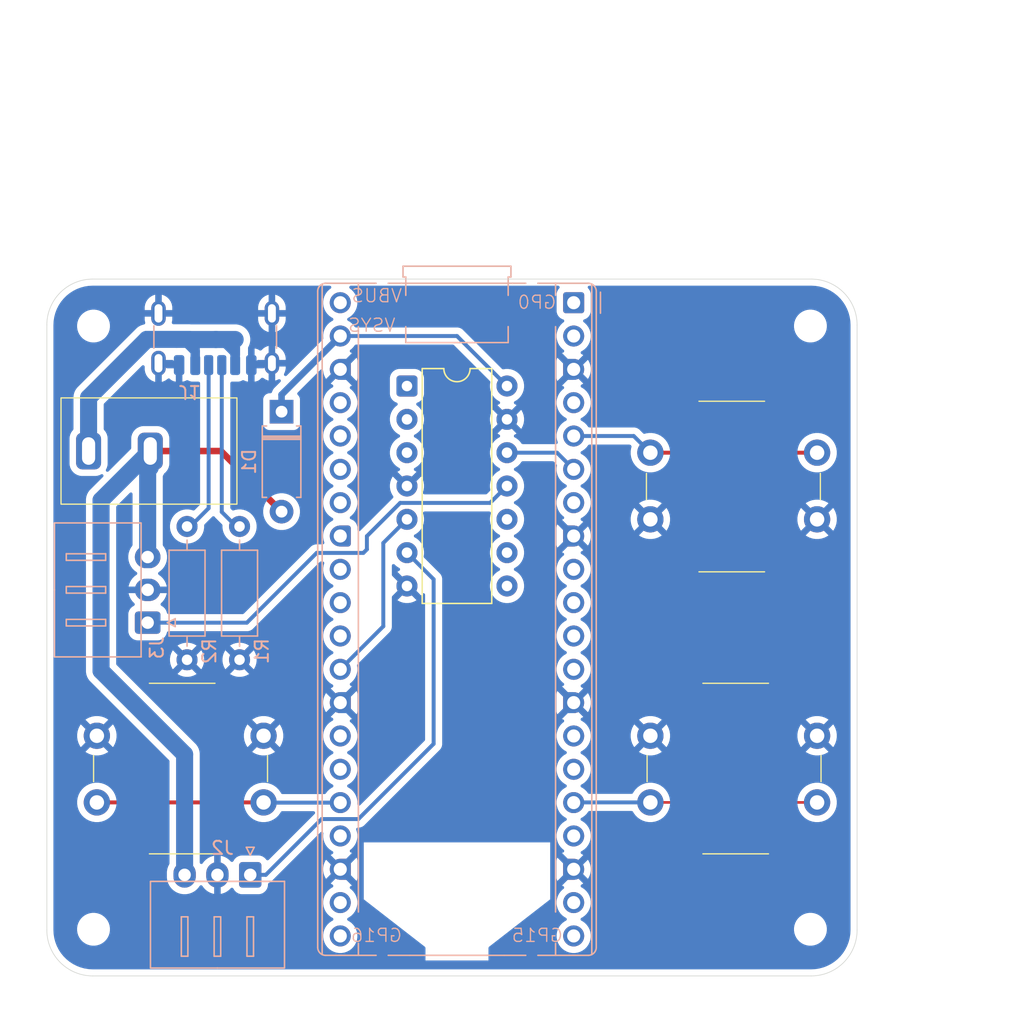
<source format=kicad_pcb>
(kicad_pcb (version 20241229) (generator "pcbnew") (generator_version "9.0")
  (layers (0 "F.Cu" signal) (2 "B.Cu" signal) (13 "F.Paste" user) (15 "B.Paste" user) (5 "F.SilkS" user "F.Silkscreen") (7 "B.SilkS" user "B.Silkscreen") (1 "F.Mask" user) (3 "B.Mask" user) (25 "Edge.Cuts" user))
  (net 0 "")
  (net 1 "Net-(SW1-A)")
  (net 2 "Net-(U1-4A)")
  (net 3 "unconnected-(U2-GPIO9-Pad12)")
  (net 4 "Net-(J1-CC1)")
  (net 5 "Net-(U1-2A)")
  (net 6 "Net-(D1-A)")
  (net 7 "Net-(J1-CC2)")
  (net 8 "Net-(J2-Pin_1)")
  (net 9 "Net-(J3-Pin_1)")
  (net 10 "Net-(D1-K)")
  (net 11 "Net-(U2-GPIO3)")
  (net 12 "Net-(U2-GPIO12)")
  (net 13 "Net-(U2-GPIO19)")
  (net 14 "GND")
  (footprint "PushButtons:SW_PUSH_6mm" (layer "F.Cu") (at 122.838 91.95)
    (property "Reference" "SW4" (hide yes))
    (property "Value" "SW_Push")
    (fp_line (start -0.25 1.5) (end -0.25 3.5) (stroke (width 0.1)) (layer "F.SilkS"))
    (fp_line (start 4 -4) (end 9 -4) (stroke (width 0.1)) (layer "F.SilkS"))
    (fp_line (start 4 9) (end 9 9) (stroke (width 0.1)) (layer "F.SilkS"))
    (fp_line (start 13 1.5) (end 13 3.5) (stroke (width 0.1)) (layer "F.SilkS"))
    (pad "1" thru_hole circle (at 0 0 90) (size 2 2) (drill 1.1) (layers "*.Cu" "*.Mask") (net 14 "GND"))
    (pad "1" thru_hole circle (at 12.7 0 90) (size 2 2) (drill 1.1) (layers "*.Cu" "*.Mask") (net 14 "GND"))
    (pad "2" thru_hole circle (at 0 5.08 90) (size 2 2) (drill 1.1) (layers "*.Cu" "*.Mask") (net 13 "Net-(U2-GPIO19)"))
    (pad "2" thru_hole circle (at 12.7 5.08 90) (size 2 2) (drill 1.1) (layers "*.Cu" "*.Mask") (net 13 "Net-(U2-GPIO19)"))
  )
  (footprint "PushButtons:SW_PUSH_6mm" (layer "F.Cu") (at 165.002 91.95)
    (property "Reference" "SW3" (hide yes))
    (property "Value" "SW_Push")
    (fp_line (start -0.25 1.5) (end -0.25 3.5) (stroke (width 0.1)) (layer "F.SilkS"))
    (fp_line (start 4 -4) (end 9 -4) (stroke (width 0.1)) (layer "F.SilkS"))
    (fp_line (start 4 9) (end 9 9) (stroke (width 0.1)) (layer "F.SilkS"))
    (fp_line (start 13 1.5) (end 13 3.5) (stroke (width 0.1)) (layer "F.SilkS"))
    (pad "1" thru_hole circle (at 0 0 90) (size 2 2) (drill 1.1) (layers "*.Cu" "*.Mask") (net 14 "GND"))
    (pad "1" thru_hole circle (at 12.7 0 90) (size 2 2) (drill 1.1) (layers "*.Cu" "*.Mask") (net 14 "GND"))
    (pad "2" thru_hole circle (at 0 5.08 90) (size 2 2) (drill 1.1) (layers "*.Cu" "*.Mask") (net 12 "Net-(U2-GPIO12)"))
    (pad "2" thru_hole circle (at 12.7 5.08 90) (size 2 2) (drill 1.1) (layers "*.Cu" "*.Mask") (net 12 "Net-(U2-GPIO12)"))
  )
  (footprint "MountingHole:MountingHole_2mm" (layer "F.Cu") (at 122.584 106.698)
    (property "Reference" "REF**" (hide yes))
    (property "Value" "MountingHole_2mm" (hide yes))
    (pad "" np_thru_hole circle (at 0 0) (size 2 2) (drill 2) (layers "*.Cu" "*.Mask"))
  )
  (footprint "MountingHole:MountingHole_2mm" (layer "F.Cu") (at 122.584 60.724)
    (property "Reference" "REF**" (hide yes))
    (property "Value" "MountingHole_2mm" (hide yes))
    (pad "" np_thru_hole circle (at 0 0) (size 2 2) (drill 2) (layers "*.Cu" "*.Mask"))
  )
  (footprint "MountingHole:MountingHole_2mm" (layer "F.Cu") (at 177.194 60.724)
    (property "Reference" "REF**" (hide yes))
    (property "Value" "MountingHole_2mm")
    (pad "" np_thru_hole circle (at 0 0) (size 2 2) (drill 2) (layers "*.Cu" "*.Mask"))
  )
  (footprint "Package_DIP:DIP-14_W7.62mm" (layer "F.Cu") (at 146.46 65.296)
    (property "Reference" "U1" (hide yes))
    (property "Value" "~")
    (fp_line (start 1.16 -1.33) (end 1.16 16.57) (stroke (width 0.12)) (layer "F.SilkS"))
    (fp_line (start 1.16 16.57) (end 6.46 16.57) (stroke (width 0.12)) (layer "F.SilkS"))
    (fp_line (start 2.81 -1.33) (end 1.16 -1.33) (stroke (width 0.12)) (layer "F.SilkS"))
    (fp_line (start 6.46 -1.33) (end 4.81 -1.33) (stroke (width 0.12)) (layer "F.SilkS"))
    (fp_line (start 6.46 16.57) (end 6.46 -1.33) (stroke (width 0.12)) (layer "F.SilkS"))
    (fp_arc (start 4.81 -1.33) (mid 3.81 -0.33) (end 2.81 -1.33) (stroke (width 0.12)) (layer "F.SilkS"))
    (pad "1" thru_hole roundrect (at 0 0) (size 1.6 1.6) (drill 0.8) (layers "*.Cu" "*.Mask") (roundrect_rratio 0.15625))
    (pad "2" thru_hole circle (at 0 2.54) (size 1.6 1.6) (drill 0.8) (layers "*.Cu" "*.Mask"))
    (pad "3" thru_hole circle (at 0 5.08) (size 1.6 1.6) (drill 0.8) (layers "*.Cu" "*.Mask"))
    (pad "4" thru_hole circle (at 0 7.62) (size 1.6 1.6) (drill 0.8) (layers "*.Cu" "*.Mask") (net 14 "GND"))
    (pad "5" thru_hole circle (at 0 10.16) (size 1.6 1.6) (drill 0.8) (layers "*.Cu" "*.Mask") (net 5 "Net-(U1-2A)"))
    (pad "6" thru_hole circle (at 0 12.7) (size 1.6 1.6) (drill 0.8) (layers "*.Cu" "*.Mask") (net 8 "Net-(J2-Pin_1)"))
    (pad "7" thru_hole circle (at 0 15.24) (size 1.6 1.6) (drill 0.8) (layers "*.Cu" "*.Mask") (net 14 "GND"))
    (pad "8" thru_hole circle (at 7.62 15.24) (size 1.6 1.6) (drill 0.8) (layers "*.Cu" "*.Mask"))
    (pad "9" thru_hole circle (at 7.62 12.7) (size 1.6 1.6) (drill 0.8) (layers "*.Cu" "*.Mask"))
    (pad "10" thru_hole circle (at 7.62 10.16) (size 1.6 1.6) (drill 0.8) (layers "*.Cu" "*.Mask"))
    (pad "11" thru_hole circle (at 7.62 7.62) (size 1.6 1.6) (drill 0.8) (layers "*.Cu" "*.Mask") (net 9 "Net-(J3-Pin_1)"))
    (pad "12" thru_hole circle (at 7.62 5.08) (size 1.6 1.6) (drill 0.8) (layers "*.Cu" "*.Mask") (net 2 "Net-(U1-4A)"))
    (pad "13" thru_hole circle (at 7.62 2.54) (size 1.6 1.6) (drill 0.8) (layers "*.Cu" "*.Mask") (net 14 "GND"))
    (pad "14" thru_hole circle (at 7.62 0) (size 1.6 1.6) (drill 0.8) (layers "*.Cu" "*.Mask") (net 10 "Net-(D1-K)"))
  )
  (footprint "CustomSwitches:SPST_Amazon" (layer "F.Cu") (at 122.208 70.25)
    (property "Reference" "SW1" (hide yes))
    (property "Value" "SW_SPST")
    (fp_rect (start -2.1 -4.05) (end 11.3 4.05) (stroke (width 0.1)) (fill no) (layer "F.SilkS"))
    (pad "1" thru_hole roundrect (at 0 0) (size 1.9 2.8) (drill oval 1 2.1) (layers "*.Cu" "*.Mask") (net 1 "Net-(SW1-A)"))
    (pad "2" thru_hole roundrect (at 4.7 0) (size 1.9 2.8) (drill oval 1 2.1) (layers "*.Cu" "*.Mask") (net 6 "Net-(D1-A)"))
  )
  (footprint "MountingHole:MountingHole_2mm" (layer "F.Cu") (at 177.194 106.698)
    (property "Reference" "REF**" (hide yes))
    (property "Value" "MountingHole_2mm" (hide yes))
    (pad "" np_thru_hole circle (at 0 0) (size 2 2) (drill 2) (layers "*.Cu" "*.Mask"))
  )
  (footprint "PushButtons:SW_PUSH_6mm" (layer "F.Cu") (at 177.702 75.456 180)
    (property "Reference" "SW2" (hide yes))
    (property "Value" "SW_Push")
    (fp_line (start 13 1.5) (end 13 3.5) (stroke (width 0.1)) (layer "F.SilkS"))
    (fp_line (start 4 9) (end 9 9) (stroke (width 0.1)) (layer "F.SilkS"))
    (fp_line (start 4 -4) (end 9 -4) (stroke (width 0.1)) (layer "F.SilkS"))
    (fp_line (start -0.25 1.5) (end -0.25 3.5) (stroke (width 0.1)) (layer "F.SilkS"))
    (pad "1" thru_hole circle (at 0 0 270) (size 2 2) (drill 1.1) (layers "*.Cu" "*.Mask") (net 14 "GND"))
    (pad "1" thru_hole circle (at 12.7 0 270) (size 2 2) (drill 1.1) (layers "*.Cu" "*.Mask") (net 14 "GND"))
    (pad "2" thru_hole circle (at 0 5.08 270) (size 2 2) (drill 1.1) (layers "*.Cu" "*.Mask") (net 11 "Net-(U2-GPIO3)"))
    (pad "2" thru_hole circle (at 12.7 5.08 270) (size 2 2) (drill 1.1) (layers "*.Cu" "*.Mask") (net 11 "Net-(U2-GPIO3)"))
  )
  (footprint "DevBoards:RaspberryPi_Pico_Common_THT" (layer "B.Cu") (at 159.16 58.946 180)
    (property "Reference" "U2" (hide yes))
    (property "Value" "PicoW")
    (fp_line (start 19.5 0.87) (end 19.5 -49.13) (stroke (width 0.12)) (layer "B.SilkS"))
    (fp_line (start 19.16 -49.677) (end 19.16 1.417) (stroke (width 0.12)) (layer "B.SilkS"))
    (fp_line (start 18.89 1.48) (end 16.4 1.48) (stroke (width 0.12)) (layer "B.SilkS"))
    (fp_line (start 16.4 1.48) (end 16.4 0.56648) (stroke (width 0.12)) (layer "B.SilkS"))
    (fp_line (start 16.4 -1.82648) (end 16.4 -46.43352) (stroke (width 0.12)) (layer "B.SilkS"))
    (fp_line (start 16.4 -48.82648) (end 16.4 -49.74) (stroke (width 0.12)) (layer "B.SilkS"))
    (fp_line (start 15.052061 1.48) (end 16.4 1.48) (stroke (width 0.12)) (layer "B.SilkS"))
    (fp_line (start 15.052061 -49.74) (end 18.89 -49.74) (stroke (width 0.12)) (layer "B.SilkS"))
    (fp_line (start 14.127939 -49.74) (end 12.49 -49.74) (stroke (width 0.12)) (layer "B.SilkS"))
    (fp_line (start 13.125 1.48) (end 14.127939 1.48) (stroke (width 0.12)) (layer "B.SilkS"))
    (fp_line (start 13 2.78) (end 13 1.96) (stroke (width 0.12)) (layer "B.SilkS"))
    (fp_line (start 13 1.96) (end 12.79 1.96) (stroke (width 0.12)) (layer "B.SilkS"))
    (fp_line (start 12.79 1.96) (end 12.79 0.564) (stroke (width 0.12)) (layer "B.SilkS"))
    (fp_line (start 12.79 -1.824) (end 12.79 -3.04) (stroke (width 0.12)) (layer "B.SilkS"))
    (fp_line (start 12.79 -3.04) (end 4.99 -3.04) (stroke (width 0.12)) (layer "B.SilkS"))
    (fp_line (start 12.49 -49.74) (end 5.29 -49.74) (stroke (width 0.12)) (layer "B.SilkS"))
    (fp_line (start 5.29 -49.74) (end 3.652061 -49.74) (stroke (width 0.12)) (layer "B.SilkS"))
    (fp_line (start 4.99 1.96) (end 4.99 0.564) (stroke (width 0.12)) (layer "B.SilkS"))
    (fp_line (start 4.99 -1.824) (end 4.99 -3.04) (stroke (width 0.12)) (layer "B.SilkS"))
    (fp_line (start 4.78 2.78) (end 13 2.78) (stroke (width 0.12)) (layer "B.SilkS"))
    (fp_line (start 4.78 2.78) (end 4.78 1.96) (stroke (width 0.12)) (layer "B.SilkS"))
    (fp_line (start 4.78 1.96) (end 4.99 1.96) (stroke (width 0.12)) (layer "B.SilkS"))
    (fp_line (start 4.655 1.48) (end 13.125 1.48) (stroke (width 0.12)) (layer "B.SilkS"))
    (fp_line (start 3.652061 1.48) (end 4.655 1.48) (stroke (width 0.12)) (layer "B.SilkS"))
    (fp_line (start 1.38 1.48) (end 2.72794 1.48) (stroke (width 0.12)) (layer "B.SilkS"))
    (fp_line (start 1.38 1.48) (end 1.38 0.56648) (stroke (width 0.12)) (layer "B.SilkS"))
    (fp_line (start 1.38 -1.82648) (end 1.38 -46.43352) (stroke (width 0.12)) (layer "B.SilkS"))
    (fp_line (start 1.38 -48.82648) (end 1.38 -49.74) (stroke (width 0.12)) (layer "B.SilkS"))
    (fp_line (start -1.11 1.48) (end 1.38 1.48) (stroke (width 0.12)) (layer "B.SilkS"))
    (fp_line (start -1.11 -49.74) (end 2.727939 -49.74) (stroke (width 0.12)) (layer "B.SilkS"))
    (fp_line (start -1.38 1.417) (end -1.38 -49.677) (stroke (width 0.12)) (layer "B.SilkS"))
    (fp_line (start -1.72 0.87) (end -1.72 -49.13) (stroke (width 0.12)) (layer "B.SilkS"))
    (fp_line (start -2.04 -0.8) (end -2.04 0.8) (stroke (width 0.12)) (layer "B.SilkS"))
    (fp_arc (start 19.5 0.87) (mid 19.321335 1.301335) (end 18.89 1.48) (stroke (width 0.12)) (layer "B.SilkS"))
    (fp_arc (start 18.89 -49.74) (mid 19.321335 -49.561335) (end 19.5 -49.13) (stroke (width 0.12)) (layer "B.SilkS"))
    (fp_arc (start -1.11 1.48) (mid -1.541335 1.301335) (end -1.72 0.87) (stroke (width 0.12)) (layer "B.SilkS"))
    (fp_arc (start -1.72 -49.13) (mid -1.541364 -49.561364) (end -1.11 -49.74) (stroke (width 0.12)) (layer "B.SilkS"))
    (fp_text user "GP0" (at 1.252 -0.554 0) (layer "B.SilkS") (effects (font (thickness 0.1)) (justify left bottom mirror)))
    (fp_text user "GP16" (at 13.002 -48.804 0) (layer "B.SilkS") (effects (font (thickness 0.1)) (justify left bottom mirror)))
    (fp_text user "VSYS" (at 13.502 -2.304 0) (layer "B.SilkS") (effects (font (thickness 0.1)) (justify left bottom mirror)))
    (fp_text user "GP15" (at 0.752 -48.804 0) (layer "B.SilkS") (effects (font (thickness 0.1)) (justify left bottom mirror)))
    (fp_text user "VBUS" (at 13.002 -0.054 0) (layer "B.SilkS") (effects (font (thickness 0.1)) (justify left bottom mirror)))
    (pad "1" thru_hole roundrect (at 0 0 180) (size 1.6 1.6) (drill 1) (layers "*.Cu" "*.Mask") (roundrect_rratio 0.125))
    (pad "2" thru_hole circle (at 0 -2.54 180) (size 1.6 1.6) (drill 1) (layers "*.Cu" "*.Mask"))
    (pad "3" thru_hole custom (at 0 -5.08 180) (size 1.6 1.6) (drill 1) (layers "*.Cu" "*.Mask") (net 14 "GND") (options (clearance outline) (anchor circle)) (primitives (gr_poly (pts (xy 0.8 -0.6) (xy 0.8 0.6) (xy 0.6 0.8) (xy 0 0.8) (xy 0 -0.8) (xy 0.6 -0.8)) (width 0) (fill yes)) (gr_circle (center 0.6 -0.6) (end 0.8 -0.6) (width 0) (fill yes)) (gr_circle (center 0.6 0.6) (end 0.8 0.6) (width 0) (fill yes))))
    (pad "4" thru_hole circle (at 0 -7.62 180) (size 1.6 1.6) (drill 1) (layers "*.Cu" "*.Mask"))
    (pad "5" thru_hole circle (at 0 -10.16 180) (size 1.6 1.6) (drill 1) (layers "*.Cu" "*.Mask") (net 11 "Net-(U2-GPIO3)"))
    (pad "6" thru_hole circle (at 0 -12.7 180) (size 1.6 1.6) (drill 1) (layers "*.Cu" "*.Mask") (net 2 "Net-(U1-4A)"))
    (pad "7" thru_hole circle (at 0 -15.24 180) (size 1.6 1.6) (drill 1) (layers "*.Cu" "*.Mask"))
    (pad "8" thru_hole custom (at 0 -17.78 180) (size 1.6 1.6) (drill 1) (layers "*.Cu" "*.Mask") (net 14 "GND") (options (clearance outline) (anchor circle)) (primitives (gr_poly (pts (xy 0.8 -0.6) (xy 0.8 0.6) (xy 0.6 0.8) (xy 0 0.8) (xy 0 -0.8) (xy 0.6 -0.8)) (width 0) (fill yes)) (gr_circle (center 0.6 -0.6) (end 0.8 -0.6) (width 0) (fill yes)) (gr_circle (center 0.6 0.6) (end 0.8 0.6) (width 0) (fill yes))))
    (pad "9" thru_hole circle (at 0 -20.32 180) (size 1.6 1.6) (drill 1) (layers "*.Cu" "*.Mask"))
    (pad "10" thru_hole circle (at 0 -22.86 180) (size 1.6 1.6) (drill 1) (layers "*.Cu" "*.Mask"))
    (pad "11" thru_hole circle (at 0 -25.4 180) (size 1.6 1.6) (drill 1) (layers "*.Cu" "*.Mask"))
    (pad "12" thru_hole circle (at 0 -27.94 180) (size 1.6 1.6) (drill 1) (layers "*.Cu" "*.Mask") (net 3 "unconnected-(U2-GPIO9-Pad12)"))
    (pad "13" thru_hole custom (at 0 -30.48 180) (size 1.6 1.6) (drill 1) (layers "*.Cu" "*.Mask") (net 14 "GND") (options (clearance outline) (anchor circle)) (primitives (gr_poly (pts (xy 0.8 -0.6) (xy 0.8 0.6) (xy 0.6 0.8) (xy 0 0.8) (xy 0 -0.8) (xy 0.6 -0.8)) (width 0) (fill yes)) (gr_circle (center 0.6 -0.6) (end 0.8 -0.6) (width 0) (fill yes)) (gr_circle (center 0.6 0.6) (end 0.8 0.6) (width 0) (fill yes))))
    (pad "14" thru_hole circle (at 0 -33.02 180) (size 1.6 1.6) (drill 1) (layers "*.Cu" "*.Mask"))
    (pad "15" thru_hole circle (at 0 -35.56 180) (size 1.6 1.6) (drill 1) (layers "*.Cu" "*.Mask"))
    (pad "16" thru_hole circle (at 0 -38.1 180) (size 1.6 1.6) (drill 1) (layers "*.Cu" "*.Mask") (net 12 "Net-(U2-GPIO12)"))
    (pad "17" thru_hole circle (at 0 -40.64 180) (size 1.6 1.6) (drill 1) (layers "*.Cu" "*.Mask"))
    (pad "18" thru_hole custom (at 0 -43.18 180) (size 1.6 1.6) (drill 1) (layers "*.Cu" "*.Mask") (net 14 "GND") (options (clearance outline) (anchor circle)) (primitives (gr_poly (pts (xy 0.8 -0.6) (xy 0.8 0.6) (xy 0.6 0.8) (xy 0 0.8) (xy 0 -0.8) (xy 0.6 -0.8)) (width 0) (fill yes)) (gr_circle (center 0.6 -0.6) (end 0.8 -0.6) (width 0) (fill yes)) (gr_circle (center 0.6 0.6) (end 0.8 0.6) (width 0) (fill yes))))
    (pad "19" thru_hole circle (at 0 -45.72 180) (size 1.6 1.6) (drill 1) (layers "*.Cu" "*.Mask"))
    (pad "20" thru_hole circle (at 0 -48.26 180) (size 1.6 1.6) (drill 1) (layers "*.Cu" "*.Mask"))
    (pad "21" thru_hole circle (at 17.78 -48.26 180) (size 1.6 1.6) (drill 1) (layers "*.Cu" "*.Mask"))
    (pad "22" thru_hole circle (at 17.78 -45.72 180) (size 1.6 1.6) (drill 1) (layers "*.Cu" "*.Mask"))
    (pad "23" thru_hole custom (at 17.78 -43.18 180) (size 1.6 1.6) (drill 1) (layers "*.Cu" "*.Mask") (net 14 "GND") (options (clearance outline) (anchor circle)) (primitives (gr_poly (pts (xy -0.8 -0.6) (xy -0.8 0.6) (xy -0.6 0.8) (xy 0 0.8) (xy 0 -0.8) (xy -0.6 -0.8)) (width 0) (fill yes)) (gr_circle (center -0.6 -0.6) (end -0.4 -0.6) (width 0) (fill yes)) (gr_circle (center -0.6 0.6) (end -0.4 0.6) (width 0) (fill yes))))
    (pad "24" thru_hole circle (at 17.78 -40.64 180) (size 1.6 1.6) (drill 1) (layers "*.Cu" "*.Mask"))
    (pad "25" thru_hole circle (at 17.78 -38.1 180) (size 1.6 1.6) (drill 1) (layers "*.Cu" "*.Mask") (net 13 "Net-(U2-GPIO19)"))
    (pad "26" thru_hole circle (at 17.78 -35.56 180) (size 1.6 1.6) (drill 1) (layers "*.Cu" "*.Mask"))
    (pad "27" thru_hole circle (at 17.78 -33.02 180) (size 1.6 1.6) (drill 1) (layers "*.Cu" "*.Mask"))
    (pad "28" thru_hole custom (at 17.78 -30.48 180) (size 1.6 1.6) (drill 1) (layers "*.Cu" "*.Mask") (net 14 "GND") (options (clearance outline) (anchor circle)) (primitives (gr_poly (pts (xy -0.8 -0.6) (xy -0.8 0.6) (xy -0.6 0.8) (xy 0 0.8) (xy 0 -0.8) (xy -0.6 -0.8)) (width 0) (fill yes)) (gr_circle (center -0.6 -0.6) (end -0.4 -0.6) (width 0) (fill yes)) (gr_circle (center -0.6 0.6) (end -0.4 0.6) (width 0) (fill yes))))
    (pad "29" thru_hole circle (at 17.78 -27.94 180) (size 1.6 1.6) (drill 1) (layers "*.Cu" "*.Mask") (net 5 "Net-(U1-2A)"))
    (pad "30" thru_hole circle (at 17.78 -25.4 180) (size 1.6 1.6) (drill 1) (layers "*.Cu" "*.Mask"))
    (pad "31" thru_hole circle (at 17.78 -22.86 180) (size 1.6 1.6) (drill 1) (layers "*.Cu" "*.Mask"))
    (pad "32" thru_hole circle (at 17.78 -20.32 180) (size 1.6 1.6) (drill 1) (layers "*.Cu" "*.Mask"))
    (pad "33" thru_hole custom (at 17.78 -17.78 180) (size 1.6 1.6) (drill 1) (layers "*.Cu" "*.Mask") (options (clearance outline) (anchor circle)) (primitives (gr_poly (pts (xy -0.8 -0.6) (xy -0.8 0.6) (xy -0.6 0.8) (xy 0 0.8) (xy 0 -0.8) (xy -0.6 -0.8)) (width 0) (fill yes)) (gr_circle (center -0.6 -0.6) (end -0.4 -0.6) (width 0) (fill yes)) (gr_circle (center -0.6 0.6) (end -0.4 0.6) (width 0) (fill yes))))
    (pad "34" thru_hole circle (at 17.78 -15.24 180) (size 1.6 1.6) (drill 1) (layers "*.Cu" "*.Mask"))
    (pad "35" thru_hole circle (at 17.78 -12.7 180) (size 1.6 1.6) (drill 1) (layers "*.Cu" "*.Mask"))
    (pad "36" thru_hole circle (at 17.78 -10.16 180) (size 1.6 1.6) (drill 1) (layers "*.Cu" "*.Mask"))
    (pad "37" thru_hole circle (at 17.78 -7.62 180) (size 1.6 1.6) (drill 1) (layers "*.Cu" "*.Mask"))
    (pad "38" thru_hole custom (at 17.78 -5.08 180) (size 1.6 1.6) (drill 1) (layers "*.Cu" "*.Mask") (net 14 "GND") (options (clearance outline) (anchor circle)) (primitives (gr_poly (pts (xy -0.8 -0.6) (xy -0.8 0.6) (xy -0.6 0.8) (xy 0 0.8) (xy 0 -0.8) (xy -0.6 -0.8)) (width 0) (fill yes)) (gr_circle (center -0.6 -0.6) (end -0.4 -0.6) (width 0) (fill yes)) (gr_circle (center -0.6 0.6) (end -0.4 0.6) (width 0) (fill yes))))
    (pad "39" thru_hole circle (at 17.78 -2.54 180) (size 1.6 1.6) (drill 1) (layers "*.Cu" "*.Mask") (net 10 "Net-(D1-K)"))
    (pad "40" thru_hole circle (at 17.78 0 180) (size 1.6 1.6) (drill 1) (layers "*.Cu" "*.Mask"))
    (zone (net 0) (net_name "") (layers "F.Cu" "B.Cu" "F.Paste" "B.Paste") (name "Antenna Copper Keep Out") (connect_pads (clearance 0)) (min_thickness 0.254)
      (keepout (tracks not_allowed) (vias not_allowed) (pads not_allowed) (copperpour not_allowed) (footprints allowed))
      (fill (thermal_gap 0.508) (thermal_bridge_width 0.508))
      (polygon (pts (xy 152.67 108.065895) (xy 157.37 104.415895) (xy 157.37 100.076) (xy 143.17 100.076) (xy 143.17 104.415895) (xy 147.87 108.065895) (xy 147.87 109.076) (xy 152.67 109.076)))
    )
  )
  (footprint "CustomConnectors:JST_XH_S3B-XH-A_1x03_P2.50mm_Horizontal" (layer "B.Cu") (at 134.522 102.55 180)
    (property "Reference" "J2" (at 2.114 2.05 0) (layer "B.SilkS") (effects (justify mirror)))
    (property "Value" "Conn_01x03_Socket")
    (fp_line (start 7.6 -0.5) (end -2.6 -0.5) (stroke (width 0.12)) (layer "B.SilkS"))
    (fp_line (start 7.6 -7.1) (end 7.6 -0.523) (stroke (width 0.12)) (layer "B.SilkS"))
    (fp_line (start 5.25 -3.2) (end 4.75 -3.2) (stroke (width 0.12)) (layer "B.SilkS"))
    (fp_line (start 5.25 -6.2) (end 5.25 -3.2) (stroke (width 0.12)) (layer "B.SilkS"))
    (fp_line (start 4.75 -3.2) (end 4.75 -6.2) (stroke (width 0.12)) (layer "B.SilkS"))
    (fp_line (start 4.75 -6.2) (end 5.25 -6.2) (stroke (width 0.12)) (layer "B.SilkS"))
    (fp_line (start 2.75 -3.2) (end 2.25 -3.2) (stroke (width 0.12)) (layer "B.SilkS"))
    (fp_line (start 2.75 -6.2) (end 2.75 -3.2) (stroke (width 0.12)) (layer "B.SilkS"))
    (fp_line (start 2.5 -7.1) (end 7.56 -7.1) (stroke (width 0.12)) (layer "B.SilkS"))
    (fp_line (start 2.5 -7.1) (end -2.56 -7.1) (stroke (width 0.12)) (layer "B.SilkS"))
    (fp_line (start 2.25 -3.2) (end 2.25 -6.2) (stroke (width 0.12)) (layer "B.SilkS"))
    (fp_line (start 2.25 -6.2) (end 2.75 -6.2) (stroke (width 0.12)) (layer "B.SilkS"))
    (fp_line (start 0.3 2.1) (end 0 1.5) (stroke (width 0.12)) (layer "B.SilkS"))
    (fp_line (start 0.25 -3.2) (end -0.25 -3.2) (stroke (width 0.12)) (layer "B.SilkS"))
    (fp_line (start 0.25 -6.2) (end 0.25 -3.2) (stroke (width 0.12)) (layer "B.SilkS"))
    (fp_line (start 0 1.5) (end -0.3 2.1) (stroke (width 0.12)) (layer "B.SilkS"))
    (fp_line (start -0.25 -3.2) (end -0.25 -6.2) (stroke (width 0.12)) (layer "B.SilkS"))
    (fp_line (start -0.25 -6.2) (end 0.25 -6.2) (stroke (width 0.12)) (layer "B.SilkS"))
    (fp_line (start -0.3 2.1) (end 0.3 2.1) (stroke (width 0.12)) (layer "B.SilkS"))
    (fp_line (start -2.61 -7.1) (end -2.61 -0.488) (stroke (width 0.12)) (layer "B.SilkS"))
    (pad "1" thru_hole roundrect (at 0 0 180) (size 1.7 1.95) (drill 0.95) (layers "*.Cu" "*.Mask") (roundrect_rratio 0.147059) (net 8 "Net-(J2-Pin_1)"))
    (pad "2" thru_hole oval (at 2.5 0 180) (size 1.7 1.95) (drill 0.95) (layers "*.Cu" "*.Mask") (net 14 "GND"))
    (pad "3" thru_hole oval (at 5 0 180) (size 1.7 1.95) (drill 0.95) (layers "*.Cu" "*.Mask") (net 6 "Net-(D1-A)"))
  )
  (footprint "Resistor_THT:R_Axial_DIN0207_L6.3mm_D2.5mm_P10.16mm_Horizontal" (layer "B.Cu") (at 133.708 86.16 90)
    (property "Reference" "R1" (at 0.66 1.7 90) (layer "B.SilkS") (effects (justify mirror)))
    (property "Value" "R")
    (fp_line (start 8.35 -1.37) (end 8.35 1.37) (stroke (width 0.12)) (layer "B.SilkS"))
    (fp_line (start 1.81 -1.37) (end 8.35 -1.37) (stroke (width 0.12)) (layer "B.SilkS"))
    (fp_line (start 9.12 0) (end 8.35 0) (stroke (width 0.12)) (layer "B.SilkS"))
    (fp_line (start 1.04 0) (end 1.81 0) (stroke (width 0.12)) (layer "B.SilkS"))
    (fp_line (start 8.35 1.37) (end 1.81 1.37) (stroke (width 0.12)) (layer "B.SilkS"))
    (fp_line (start 1.81 1.37) (end 1.81 -1.37) (stroke (width 0.12)) (layer "B.SilkS"))
    (pad "1" thru_hole circle (at 0 0 90) (size 1.6 1.6) (drill 0.8) (layers "*.Cu" "*.Mask") (net 14 "GND"))
    (pad "2" thru_hole oval (at 10.16 0 90) (size 1.6 1.6) (drill 0.8) (layers "*.Cu" "*.Mask") (net 7 "Net-(J1-CC2)"))
  )
  (footprint "Diode_THT:D_A-405_P7.62mm_Horizontal" (layer "B.Cu") (at 136.908 67.25 -90)
    (property "Reference" "D1" (at 3.81 2.47 90) (layer "B.SilkS") (effects (justify mirror)))
    (property "Value" "D")
    (fp_line (start 1.09 1.47) (end 6.53 1.47) (stroke (width 0.12)) (layer "B.SilkS"))
    (fp_line (start 1.87 1.47) (end 1.87 -1.47) (stroke (width 0.12)) (layer "B.SilkS"))
    (fp_line (start 1.99 1.47) (end 1.99 -1.47) (stroke (width 0.12)) (layer "B.SilkS"))
    (fp_line (start 2.11 1.47) (end 2.11 -1.47) (stroke (width 0.12)) (layer "B.SilkS"))
    (fp_line (start 6.53 1.47) (end 6.53 1.14) (stroke (width 0.12)) (layer "B.SilkS"))
    (fp_line (start 1.09 1.14) (end 1.09 1.47) (stroke (width 0.12)) (layer "B.SilkS"))
    (fp_line (start 1.09 -1.14) (end 1.09 -1.47) (stroke (width 0.12)) (layer "B.SilkS"))
    (fp_line (start 1.09 -1.47) (end 6.53 -1.47) (stroke (width 0.12)) (layer "B.SilkS"))
    (fp_line (start 6.53 -1.47) (end 6.53 -1.14) (stroke (width 0.12)) (layer "B.SilkS"))
    (pad "1" thru_hole rect (at 0 0 270) (size 1.8 1.8) (drill 0.9) (layers "*.Cu" "*.Mask") (net 10 "Net-(D1-K)"))
    (pad "2" thru_hole oval (at 7.62 0 270) (size 1.8 1.8) (drill 0.9) (layers "*.Cu" "*.Mask") (net 6 "Net-(D1-A)"))
  )
  (footprint "CustomConnectors:JST_XH_S3B-XH-A_1x03_P2.50mm_Horizontal" (layer "B.Cu") (at 126.708 83.33 90)
    (property "Reference" "J3" (at -1.92 0.7 270) (layer "B.SilkS") (effects (justify mirror)))
    (property "Value" "Conn_01x03_Socket")
    (fp_line (start 7.6 -7.1) (end 7.6 -0.523) (stroke (width 0.12)) (layer "B.SilkS"))
    (fp_line (start 2.5 -7.1) (end 7.56 -7.1) (stroke (width 0.12)) (layer "B.SilkS"))
    (fp_line (start 2.5 -7.1) (end -2.56 -7.1) (stroke (width 0.12)) (layer "B.SilkS"))
    (fp_line (start -2.61 -7.1) (end -2.61 -0.488) (stroke (width 0.12)) (layer "B.SilkS"))
    (fp_line (start 5.25 -6.2) (end 5.25 -3.2) (stroke (width 0.12)) (layer "B.SilkS"))
    (fp_line (start 4.75 -6.2) (end 5.25 -6.2) (stroke (width 0.12)) (layer "B.SilkS"))
    (fp_line (start 2.75 -6.2) (end 2.75 -3.2) (stroke (width 0.12)) (layer "B.SilkS"))
    (fp_line (start 2.25 -6.2) (end 2.75 -6.2) (stroke (width 0.12)) (layer "B.SilkS"))
    (fp_line (start 0.25 -6.2) (end 0.25 -3.2) (stroke (width 0.12)) (layer "B.SilkS"))
    (fp_line (start -0.25 -6.2) (end 0.25 -6.2) (stroke (width 0.12)) (layer "B.SilkS"))
    (fp_line (start 5.25 -3.2) (end 4.75 -3.2) (stroke (width 0.12)) (layer "B.SilkS"))
    (fp_line (start 4.75 -3.2) (end 4.75 -6.2) (stroke (width 0.12)) (layer "B.SilkS"))
    (fp_line (start 2.75 -3.2) (end 2.25 -3.2) (stroke (width 0.12)) (layer "B.SilkS"))
    (fp_line (start 2.25 -3.2) (end 2.25 -6.2) (stroke (width 0.12)) (layer "B.SilkS"))
    (fp_line (start 0.25 -3.2) (end -0.25 -3.2) (stroke (width 0.12)) (layer "B.SilkS"))
    (fp_line (start -0.25 -3.2) (end -0.25 -6.2) (stroke (width 0.12)) (layer "B.SilkS"))
    (fp_line (start 7.6 -0.5) (end -2.6 -0.5) (stroke (width 0.12)) (layer "B.SilkS"))
    (fp_line (start 0 1.5) (end -0.3 2.1) (stroke (width 0.12)) (layer "B.SilkS"))
    (fp_line (start 0.3 2.1) (end 0 1.5) (stroke (width 0.12)) (layer "B.SilkS"))
    (fp_line (start -0.3 2.1) (end 0.3 2.1) (stroke (width 0.12)) (layer "B.SilkS"))
    (pad "1" thru_hole roundrect (at 0 0 90) (size 1.7 1.95) (drill 0.95) (layers "*.Cu" "*.Mask") (roundrect_rratio 0.147059) (net 9 "Net-(J3-Pin_1)"))
    (pad "2" thru_hole oval (at 2.5 0 90) (size 1.7 1.95) (drill 0.95) (layers "*.Cu" "*.Mask") (net 14 "GND"))
    (pad "3" thru_hole oval (at 5 0 90) (size 1.7 1.95) (drill 0.95) (layers "*.Cu" "*.Mask") (net 6 "Net-(D1-A)"))
  )
  (footprint "CustomConnectors:USB_C_Receptacle_GCT_USB4125-xx-x-0190_6P_TopMnt_Horizontal_Amazon" (layer "B.Cu") (at 131.853 60.4588)
    (property "Reference" "J1" (at -1.945 5.2912 180) (layer "B.SilkS") (effects (justify mirror)))
    (property "Value" "USB_C_Receptacle_PowerOnly_6P")
    (fp_line (start -4.67 0.25) (end -4.67 1.95) (stroke (width 0.12)) (layer "B.SilkS"))
    (fp_line (start 4.67 0.25) (end 4.67 1.95) (stroke (width 0.12)) (layer "B.SilkS"))
    (pad "A5" smd roundrect (at -0.5 3.24) (size 0.7 1.52) (layers "B.Cu" "B.Mask" "B.Paste") (net 4 "Net-(J1-CC1)"))
    (pad "A9" smd roundrect (at 1.52 3.24 180) (size 0.76 1.52) (layers "B.Cu" "B.Mask" "B.Paste") (net 1 "Net-(SW1-A)"))
    (pad "A12" smd roundrect (at 2.75 3.24 180) (size 0.8 1.52) (layers "B.Cu" "B.Mask" "B.Paste") (net 14 "GND"))
    (pad "B5" smd roundrect (at 0.5 3.24 180) (size 0.7 1.52) (layers "B.Cu" "B.Mask" "B.Paste") (net 7 "Net-(J1-CC2)"))
    (pad "B9" smd roundrect (at -1.52 3.24) (size 0.76 1.52) (layers "B.Cu" "B.Mask" "B.Paste") (net 1 "Net-(SW1-A)"))
    (pad "B12" smd roundrect (at -2.75 3.24) (size 0.8 1.52) (layers "B.Cu" "B.Mask" "B.Paste") (net 14 "GND"))
    (pad "S1" thru_hole oval (at -4.32 -0.7) (size 1.1 1.9) (drill oval 0.6 1.4) (property pad_prop_heatsink) (layers "*.Cu" "*.Mask" "B.Paste") (net 14 "GND"))
    (pad "S1" thru_hole oval (at -4.32 3.1) (size 1.1 1.9) (drill oval 0.6 1.4) (property pad_prop_heatsink) (layers "*.Cu" "*.Mask" "B.Paste") (net 14 "GND"))
    (pad "S1" thru_hole oval (at 4.32 -0.7) (size 1.1 1.9) (drill oval 0.6 1.4) (property pad_prop_heatsink) (layers "*.Cu" "*.Mask" "B.Paste") (net 14 "GND"))
    (pad "S1" thru_hole oval (at 4.32 3.1) (size 1.1 1.7) (drill oval 0.6 1.2) (property pad_prop_heatsink) (layers "*.Cu" "*.Mask" "B.Paste") (net 14 "GND"))
  )
  (footprint "Resistor_THT:R_Axial_DIN0207_L6.3mm_D2.5mm_P10.16mm_Horizontal" (layer "B.Cu") (at 129.708 86.16 90)
    (property "Reference" "R2" (at 0.66 1.7 90) (layer "B.SilkS") (effects (justify mirror)))
    (property "Value" "R")
    (fp_line (start 8.35 -1.37) (end 8.35 1.37) (stroke (width 0.12)) (layer "B.SilkS"))
    (fp_line (start 1.81 -1.37) (end 8.35 -1.37) (stroke (width 0.12)) (layer "B.SilkS"))
    (fp_line (start 9.12 0) (end 8.35 0) (stroke (width 0.12)) (layer "B.SilkS"))
    (fp_line (start 1.04 0) (end 1.81 0) (stroke (width 0.12)) (layer "B.SilkS"))
    (fp_line (start 8.35 1.37) (end 1.81 1.37) (stroke (width 0.12)) (layer "B.SilkS"))
    (fp_line (start 1.81 1.37) (end 1.81 -1.37) (stroke (width 0.12)) (layer "B.SilkS"))
    (pad "1" thru_hole circle (at 0 0 90) (size 1.6 1.6) (drill 0.8) (layers "*.Cu" "*.Mask") (net 14 "GND"))
    (pad "2" thru_hole oval (at 10.16 0 90) (size 1.6 1.6) (drill 0.8) (layers "*.Cu" "*.Mask") (net 4 "Net-(J1-CC1)"))
  )
  (gr_arc (start 122.528 110.254) (mid 120.053126 109.228874) (end 119.028 106.754) (stroke (width 0.05)) (layer "Edge.Cuts"))
  (gr_arc (start 180.75 106.754) (mid 179.724874 109.228874) (end 177.25 110.254) (stroke (width 0.05)) (layer "Edge.Cuts"))
  (gr_line (start 119.028 106.754) (end 119.028 60.6456) (stroke (width 0.05)) (layer "Edge.Cuts"))
  (gr_arc (start 177.25 57.1456) (mid 179.724874 58.170726) (end 180.75 60.6456) (stroke (width 0.05)) (layer "Edge.Cuts"))
  (gr_arc (start 119.028 60.6456) (mid 120.053126 58.170726) (end 122.528 57.1456) (stroke (width 0.05)) (layer "Edge.Cuts"))
  (gr_line (start 177.25 110.254) (end 122.528 110.254) (stroke (width 0.05)) (layer "Edge.Cuts"))
  (gr_line (start 180.75 60.6456) (end 180.75 106.754) (stroke (width 0.05)) (layer "Edge.Cuts"))
  (gr_line (start 122.528 57.1456) (end 177.25 57.1456) (stroke (width 0.05)) (layer "Edge.Cuts"))
  (segment (start 128.908 61.74) (end 126.648 61.74) (width 1.3) (layer "B.Cu") (net 1))
  (segment (start 133.373 62.927232) (end 132.195768 61.75) (width 0.5) (layer "B.Cu") (net 1))
  (segment (start 130.333 62.25) (end 129.833 61.75) (width 0.7) (layer "B.Cu") (net 1))
  (segment (start 133.373 61.75) (end 131.908 61.75) (width 1.3) (layer "B.Cu") (net 1))
  (segment (start 126.648 61.74) (end 122.208 66.18) (width 1.3) (layer "B.Cu") (net 1))
  (segment (start 130.333 63.6988) (end 130.333 62.25) (width 0.7) (layer "B.Cu") (net 1))
  (segment (start 122.208 66.18) (end 122.208 70.25) (width 1.3) (layer "B.Cu") (net 1))
  (segment (start 133.373 61.75) (end 133.373 62.927232) (width 0.75) (layer "B.Cu") (net 1))
  (segment (start 132.195768 61.75) (end 131.908 61.75) (width 0.7) (layer "B.Cu") (net 1))
  (segment (start 130.333 63.6988) (end 130.333 62.665) (width 0.7) (layer "B.Cu") (net 1))
  (segment (start 133.373 63.6988) (end 133.373 62.927232) (width 0.7) (layer "B.Cu") (net 1))
  (segment (start 131.908 61.75) (end 129.833 61.75) (width 1.3) (layer "B.Cu") (net 1))
  (segment (start 130.333 62.665) (end 129.408 61.74) (width 0.7) (layer "B.Cu") (net 1))
  (segment (start 129.408 61.74) (end 128.908 61.74) (width 0.7) (layer "B.Cu") (net 1))
  (segment (start 129.823 61.74) (end 128.908 61.74) (width 1.3) (layer "B.Cu") (net 1))
  (segment (start 129.833 61.75) (end 129.823 61.74) (width 0.2) (layer "B.Cu") (net 1))
  (segment (start 158.9408 71.4428) (end 159.188 71.69) (width 0.3) (layer "F.Cu") (net 2))
  (segment (start 157.89 70.376) (end 159.16 71.646) (width 0.3) (layer "B.Cu") (net 2))
  (segment (start 154.08 70.376) (end 157.89 70.376) (width 0.3) (layer "B.Cu") (net 2))
  (segment (start 159.288 86.83) (end 159.188 86.93) (width 0.5) (layer "F.Cu") (net 3))
  (segment (start 131.353 74.605) (end 129.708 76.25) (width 0.3) (layer "B.Cu") (net 4))
  (segment (start 131.353 63.6988) (end 131.353 74.605) (width 0.3) (layer "B.Cu") (net 4))
  (segment (start 144.658 83.608) (end 141.38 86.886) (width 0.3) (layer "B.Cu") (net 5))
  (segment (start 146.46 75.456) (end 144.658 77.258) (width 0.3) (layer "B.Cu") (net 5))
  (segment (start 144.658 77.258) (end 144.658 83.608) (width 0.3) (layer "B.Cu") (net 5))
  (segment (start 126.908 70.25) (end 126.908 71.5) (width 0.5) (layer "F.Cu") (net 6))
  (segment (start 132.288 70.25) (end 136.908 74.87) (width 0.5) (layer "F.Cu") (net 6))
  (segment (start 126.908 70.25) (end 132.288 70.25) (width 0.5) (layer "F.Cu") (net 6))
  (segment (start 123.158 74) (end 123.158 87) (width 1.3) (layer "B.Cu") (net 6))
  (segment (start 123.158 87) (end 129.522 93.364) (width 1.3) (layer "B.Cu") (net 6))
  (segment (start 129.522 93.364) (end 129.522 102.55) (width 1.3) (layer "B.Cu") (net 6))
  (segment (start 126.908 71.5) (end 126.708 71.7) (width 1.3) (layer "B.Cu") (net 6))
  (segment (start 126.908 70.25) (end 123.158 74) (width 1.3) (layer "B.Cu") (net 6))
  (segment (start 126.708 71.7) (end 126.708 78.33) (width 1.3) (layer "B.Cu") (net 6))
  (segment (start 132.353 63.6988) (end 132.353 74.895) (width 0.3) (layer "B.Cu") (net 7))
  (segment (start 132.353 74.895) (end 133.708 76.25) (width 0.3) (layer "B.Cu") (net 7))
  (segment (start 134.522 102.55) (end 135.708 102.55) (width 0.3) (layer "B.Cu") (net 8))
  (segment (start 139.958 98.3) (end 142.758 98.3) (width 0.3) (layer "B.Cu") (net 8))
  (segment (start 148.492 92.566) (end 148.492 80.028) (width 0.3) (layer "B.Cu") (net 8))
  (segment (start 135.708 102.55) (end 139.958 98.3) (width 0.3) (layer "B.Cu") (net 8))
  (segment (start 148.492 80.028) (end 146.46 77.996) (width 0.3) (layer "B.Cu") (net 8))
  (segment (start 142.758 98.3) (end 148.492 92.566) (width 0.3) (layer "B.Cu") (net 8))
  (segment (start 152.791 74.205) (end 154.08 72.916) (width 0.3) (layer "B.Cu") (net 9))
  (segment (start 143.139 78.015) (end 143.408 77.746) (width 0.3) (layer "B.Cu") (net 9))
  (segment (start 134.268 83.33) (end 126.708 83.33) (width 0.3) (layer "B.Cu") (net 9))
  (segment (start 143.408 76.738818) (end 145.941818 74.205) (width 0.3) (layer "B.Cu") (net 9))
  (segment (start 134.268 83.33) (end 139.583 78.015) (width 0.3) (layer "B.Cu") (net 9))
  (segment (start 145.941818 74.205) (end 152.791 74.205) (width 0.3) (layer "B.Cu") (net 9))
  (segment (start 139.583 78.015) (end 143.139 78.015) (width 0.3) (layer "B.Cu") (net 9))
  (segment (start 143.408 77.746) (end 143.408 76.738818) (width 0.3) (layer "B.Cu") (net 9))
  (segment (start 136.908 65.958) (end 141.38 61.486) (width 0.5) (layer "B.Cu") (net 10))
  (segment (start 154.08 65.296) (end 150.27 61.486) (width 0.3) (layer "B.Cu") (net 10))
  (segment (start 136.908 67.25) (end 136.908 65.958) (width 0.5) (layer "B.Cu") (net 10))
  (segment (start 150.27 61.486) (end 141.38 61.486) (width 0.3) (layer "B.Cu") (net 10))
  (segment (start 165.002 70.376) (end 177.702 70.376) (width 0.3) (layer "F.Cu") (net 11))
  (segment (start 165.002 70.376) (end 163.732 69.106) (width 0.3) (layer "B.Cu") (net 11))
  (segment (start 163.732 69.106) (end 159.16 69.106) (width 0.3) (layer "B.Cu") (net 11))
  (segment (start 159.176 97.03) (end 159.16 97.046) (width 0.2) (layer "F.Cu") (net 12))
  (segment (start 177.702 97.03) (end 165.002 97.03) (width 0.2) (layer "F.Cu") (net 12))
  (segment (start 165.002 97.03) (end 159.176 97.03) (width 0.3) (layer "B.Cu") (net 12))
  (segment (start 135.554 97.046) (end 135.538 97.03) (width 0.2) (layer "F.Cu") (net 13))
  (segment (start 122.838 97.03) (end 135.538 97.03) (width 0.3) (layer "F.Cu") (net 13))
  (segment (start 135.538 97.554) (end 134.934 96.95) (width 0.3) (layer "B.Cu") (net 13))
  (segment (start 141.38 97.046) (end 135.554 97.046) (width 0.3) (layer "B.Cu") (net 13))
  (segment (start 123.442 96.95) (end 122.838 97.554) (width 0.3) (layer "B.Cu") (net 13))
  (zone (net 14) (net_name "GND") (layer "B.Cu") (connect_pads (clearance 0.5)) (min_thickness 0.25) (fill yes (thermal_gap 0.5) (thermal_bridge_width 0.5))
    (polygon (pts (xy 119.028 57.131) (xy 119.028 110.254) (xy 180.75 110.254) (xy 180.75 57.131)))
  )
)
</source>
